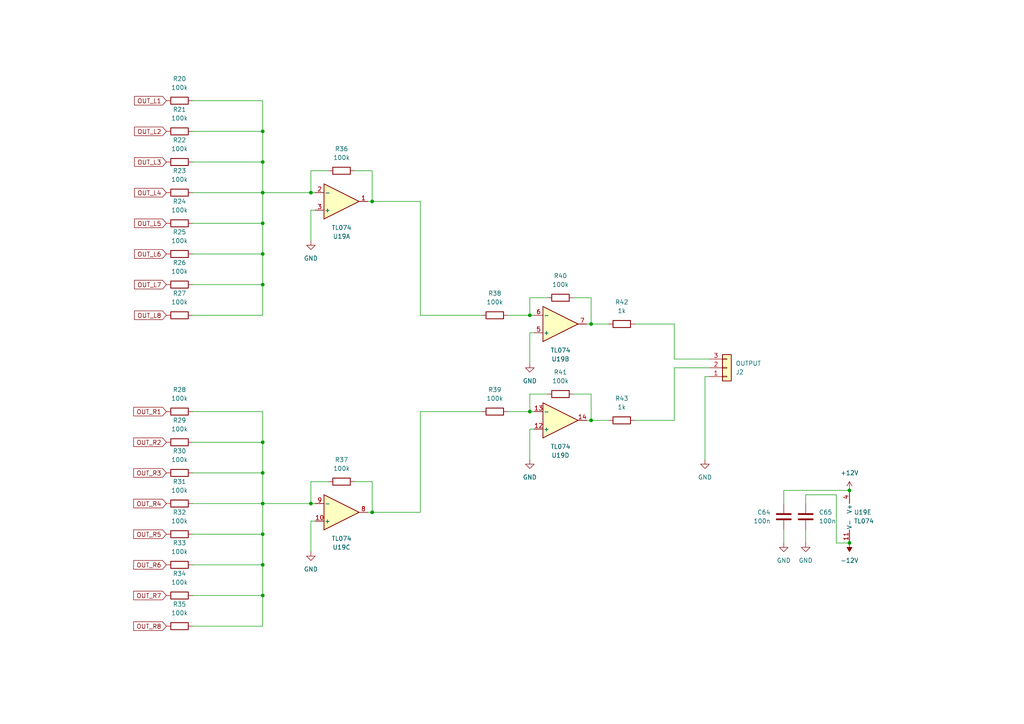
<source format=kicad_sch>
(kicad_sch (version 20230121) (generator eeschema)
  (paper "A4")
  (title_block (title "Polykit-X8 Mainboard") (date "2024-01-14") (rev "v0.0.2") (company "Jan Knipper") (comment 1 "github.com/polykit"))
  (lib_symbols
    (symbol "Amplifier_Operational:TL074" (pin_names (offset 0.127))
      (property "Reference" "U" (at 0 5.08 0))
      (property "Value" "TL074" (at 0 -5.08 0))
      (symbol "TL074_1_1"
        (polyline (pts (xy -5.08 5.08) (xy 5.08 0) (xy -5.08 -5.08) (xy -5.08 5.08)) (stroke (width 0.254)) (fill (type background)))
        (pin output line (at 7.62 0 180) (length 2.54) (name "~") (number "1"))
        (pin input line (at -7.62 -2.54 0) (length 2.54) (name "-") (number "2"))
        (pin input line (at -7.62 2.54 0) (length 2.54) (name "+") (number "3"))
      )
      (symbol "TL074_2_1"
        (polyline (pts (xy -5.08 5.08) (xy 5.08 0) (xy -5.08 -5.08) (xy -5.08 5.08)) (stroke (width 0.254)) (fill (type background)))
        (pin input line (at -7.62 2.54 0) (length 2.54) (name "+") (number "5"))
        (pin input line (at -7.62 -2.54 0) (length 2.54) (name "-") (number "6"))
        (pin output line (at 7.62 0 180) (length 2.54) (name "~") (number "7"))
      )
      (symbol "TL074_3_1"
        (polyline (pts (xy -5.08 5.08) (xy 5.08 0) (xy -5.08 -5.08) (xy -5.08 5.08)) (stroke (width 0.254)) (fill (type background)))
        (pin input line (at -7.62 2.54 0) (length 2.54) (name "+") (number "10"))
        (pin output line (at 7.62 0 180) (length 2.54) (name "~") (number "8"))
        (pin input line (at -7.62 -2.54 0) (length 2.54) (name "-") (number "9"))
      )
      (symbol "TL074_4_1"
        (polyline (pts (xy -5.08 5.08) (xy 5.08 0) (xy -5.08 -5.08) (xy -5.08 5.08)) (stroke (width 0.254)) (fill (type background)))
        (pin input line (at -7.62 2.54 0) (length 2.54) (name "+") (number "12"))
        (pin input line (at -7.62 -2.54 0) (length 2.54) (name "-") (number "13"))
        (pin output line (at 7.62 0 180) (length 2.54) (name "~") (number "14"))
      )
      (symbol "TL074_5_1"
        (pin power_in line (at -2.54 -7.62 90) (length 3.81) (name "V-") (number "11"))
        (pin power_in line (at -2.54 7.62 270) (length 3.81) (name "V+") (number "4"))
      )
    )
    (symbol "Connector_Generic:Conn_01x03" (pin_names (offset 1.016) hide)
      (property "Reference" "J" (at 0 5.08 0))
      (property "Value" "Conn_01x03" (at 0 -5.08 0))
      (symbol "Conn_01x03_1_1"
        (rectangle (start -1.27 -2.413) (end 0 -2.667) (stroke (width 0.1524)))
        (rectangle (start -1.27 0.127) (end 0 -0.127) (stroke (width 0.1524)))
        (rectangle (start -1.27 2.667) (end 0 2.413) (stroke (width 0.1524)))
        (rectangle (start -1.27 3.81) (end 1.27 -3.81) (stroke (width 0.254)) (fill (type background)))
        (pin passive line (at -5.08 2.54 0) (length 3.81) (name "Pin_1") (number "1"))
        (pin passive line (at -5.08 0 0) (length 3.81) (name "Pin_2") (number "2"))
        (pin passive line (at -5.08 -2.54 0) (length 3.81) (name "Pin_3") (number "3"))
      )
    )
    (symbol "Device:C" (pin_numbers hide) (pin_names (offset 0.254))
      (property "Reference" "C" (at 0.635 2.54 0))
      (property "Value" "C" (at 0.635 -2.54 0))
      (symbol "C_0_1"
        (polyline (pts (xy -2.032 -0.762) (xy 2.032 -0.762)) (stroke (width 0.508)))
        (polyline (pts (xy -2.032 0.762) (xy 2.032 0.762)) (stroke (width 0.508)))
      )
      (symbol "C_1_1"
        (pin passive line (at 0 3.81 270) (length 2.794) (name "~") (number "1"))
        (pin passive line (at 0 -3.81 90) (length 2.794) (name "~") (number "2"))
      )
    )
    (symbol "Device:R" (pin_numbers hide) (pin_names (offset 0))
      (property "Reference" "R" (at 2.032 0 90))
      (property "Value" "R" (at 0 0 90))
      (symbol "R_0_1"
        (rectangle (start -1.016 -2.54) (end 1.016 2.54) (stroke (width 0.254)))
      )
      (symbol "R_1_1"
        (pin passive line (at 0 3.81 270) (length 1.27) (name "~") (number "1"))
        (pin passive line (at 0 -3.81 90) (length 1.27) (name "~") (number "2"))
      )
    )
    (symbol "power:+12V" (power) (pin_names (offset 0))
      (property "Value" "+12V" (at 0 3.556 0))
      (symbol "+12V_0_1"
        (polyline (pts (xy -0.762 1.27) (xy 0 2.54)))
        (polyline (pts (xy 0 0) (xy 0 2.54)))
        (polyline (pts (xy 0 2.54) (xy 0.762 1.27)))
      )
      (symbol "+12V_1_1"
        (pin power_in line (at 0 0 90) (length 0) hide (name "+12V") (number "1"))
      )
    )
    (symbol "power:-12V" (power) (pin_names (offset 0))
      (property "Value" "-12V" (at 0 3.81 0))
      (symbol "-12V_0_0"
        (pin power_in line (at 0 0 90) (length 0) hide (name "-12V") (number "1"))
      )
      (symbol "-12V_0_1"
        (polyline (pts (xy 0 0) (xy 0 1.27) (xy 0.762 1.27) (xy 0 2.54) (xy -0.762 1.27) (xy 0 1.27)) (fill (type outline)))
      )
    )
    (symbol "power:GND" (power) (pin_names (offset 0))
      (property "Value" "GND" (at 0 -3.81 0))
      (symbol "GND_0_1"
        (polyline (pts (xy 0 0) (xy 0 -1.27) (xy 1.27 -1.27) (xy 0 -2.54) (xy -1.27 -1.27) (xy 0 -1.27)))
      )
      (symbol "GND_1_1"
        (pin power_in line (at 0 0 270) (length 0) hide (name "GND") (number "1"))
      )
    )
  )
  (junction (at 153.67 91.44))
  (junction (at 107.95 58.42))
  (junction (at 76.2 64.77))
  (junction (at 171.45 121.92))
  (junction (at 246.38 157.48))
  (junction (at 107.95 148.59))
  (junction (at 76.2 38.1))
  (junction (at 76.2 46.99))
  (junction (at 76.2 137.16))
  (junction (at 76.2 146.05))
  (junction (at 171.45 93.98))
  (junction (at 76.2 163.83))
  (junction (at 76.2 154.94))
  (junction (at 246.38 142.24))
  (junction (at 76.2 82.55))
  (junction (at 76.2 128.27))
  (junction (at 76.2 55.88))
  (junction (at 153.67 119.38))
  (junction (at 90.17 55.88))
  (junction (at 76.2 172.72))
  (junction (at 76.2 73.66))
  (junction (at 90.17 146.05))
  (wire (pts (xy 55.88 119.38) (xy 76.2 119.38)))
  (wire (pts (xy 153.67 91.44) (xy 154.94 91.44)))
  (wire (pts (xy 147.32 91.44) (xy 153.67 91.44)))
  (wire (pts (xy 153.67 119.38) (xy 154.94 119.38)))
  (wire (pts (xy 76.2 55.88) (xy 76.2 64.77)))
  (wire (pts (xy 205.74 109.22) (xy 204.47 109.22)))
  (wire (pts (xy 204.47 109.22) (xy 204.47 133.35)))
  (wire (pts (xy 95.25 49.53) (xy 90.17 49.53)))
  (wire (pts (xy 76.2 55.88) (xy 90.17 55.88)))
  (wire (pts (xy 76.2 181.61) (xy 55.88 181.61)))
  (wire (pts (xy 55.88 82.55) (xy 76.2 82.55)))
  (wire (pts (xy 121.92 119.38) (xy 121.92 148.59)))
  (wire (pts (xy 171.45 86.36) (xy 171.45 93.98)))
  (wire (pts (xy 55.88 172.72) (xy 76.2 172.72)))
  (wire (pts (xy 121.92 119.38) (xy 139.7 119.38)))
  (wire (pts (xy 76.2 82.55) (xy 76.2 91.44)))
  (wire (pts (xy 195.58 104.14) (xy 195.58 93.98)))
  (wire (pts (xy 246.38 142.24) (xy 227.33 142.24)))
  (wire (pts (xy 171.45 93.98) (xy 170.18 93.98)))
  (wire (pts (xy 153.67 124.46) (xy 153.67 133.35)))
  (wire (pts (xy 102.87 49.53) (xy 107.95 49.53)))
  (wire (pts (xy 76.2 38.1) (xy 76.2 46.99)))
  (wire (pts (xy 107.95 148.59) (xy 121.92 148.59)))
  (wire (pts (xy 76.2 146.05) (xy 90.17 146.05)))
  (wire (pts (xy 55.88 154.94) (xy 76.2 154.94)))
  (wire (pts (xy 242.57 157.48) (xy 242.57 143.51)))
  (wire (pts (xy 107.95 58.42) (xy 121.92 58.42)))
  (wire (pts (xy 233.68 143.51) (xy 242.57 143.51)))
  (wire (pts (xy 76.2 137.16) (xy 76.2 146.05)))
  (wire (pts (xy 154.94 96.52) (xy 153.67 96.52)))
  (wire (pts (xy 171.45 93.98) (xy 176.53 93.98)))
  (wire (pts (xy 76.2 146.05) (xy 76.2 154.94)))
  (wire (pts (xy 205.74 104.14) (xy 195.58 104.14)))
  (wire (pts (xy 153.67 114.3) (xy 153.67 119.38)))
  (wire (pts (xy 205.74 106.68) (xy 195.58 106.68)))
  (wire (pts (xy 166.37 114.3) (xy 171.45 114.3)))
  (wire (pts (xy 158.75 114.3) (xy 153.67 114.3)))
  (wire (pts (xy 107.95 49.53) (xy 107.95 58.42)))
  (wire (pts (xy 90.17 55.88) (xy 91.44 55.88)))
  (wire (pts (xy 55.88 128.27) (xy 76.2 128.27)))
  (wire (pts (xy 55.88 146.05) (xy 76.2 146.05)))
  (wire (pts (xy 153.67 86.36) (xy 153.67 91.44)))
  (wire (pts (xy 195.58 106.68) (xy 195.58 121.92)))
  (wire (pts (xy 227.33 142.24) (xy 227.33 146.05)))
  (wire (pts (xy 90.17 139.7) (xy 95.25 139.7)))
  (wire (pts (xy 121.92 58.42) (xy 121.92 91.44)))
  (wire (pts (xy 55.88 137.16) (xy 76.2 137.16)))
  (wire (pts (xy 55.88 55.88) (xy 76.2 55.88)))
  (wire (pts (xy 55.88 163.83) (xy 76.2 163.83)))
  (wire (pts (xy 55.88 64.77) (xy 76.2 64.77)))
  (wire (pts (xy 242.57 157.48) (xy 246.38 157.48)))
  (wire (pts (xy 233.68 143.51) (xy 233.68 146.05)))
  (wire (pts (xy 91.44 60.96) (xy 90.17 60.96)))
  (wire (pts (xy 76.2 128.27) (xy 76.2 137.16)))
  (wire (pts (xy 76.2 29.21) (xy 76.2 38.1)))
  (wire (pts (xy 55.88 38.1) (xy 76.2 38.1)))
  (wire (pts (xy 154.94 124.46) (xy 153.67 124.46)))
  (wire (pts (xy 55.88 73.66) (xy 76.2 73.66)))
  (wire (pts (xy 55.88 29.21) (xy 76.2 29.21)))
  (wire (pts (xy 233.68 153.67) (xy 233.68 157.48)))
  (wire (pts (xy 76.2 163.83) (xy 76.2 172.72)))
  (wire (pts (xy 147.32 119.38) (xy 153.67 119.38)))
  (wire (pts (xy 55.88 46.99) (xy 76.2 46.99)))
  (wire (pts (xy 153.67 96.52) (xy 153.67 105.41)))
  (wire (pts (xy 90.17 49.53) (xy 90.17 55.88)))
  (wire (pts (xy 76.2 172.72) (xy 76.2 181.61)))
  (wire (pts (xy 90.17 146.05) (xy 90.17 139.7)))
  (wire (pts (xy 107.95 58.42) (xy 106.68 58.42)))
  (wire (pts (xy 121.92 91.44) (xy 139.7 91.44)))
  (wire (pts (xy 171.45 121.92) (xy 170.18 121.92)))
  (wire (pts (xy 76.2 91.44) (xy 55.88 91.44)))
  (wire (pts (xy 195.58 121.92) (xy 184.15 121.92)))
  (wire (pts (xy 91.44 151.13) (xy 90.17 151.13)))
  (wire (pts (xy 171.45 114.3) (xy 171.45 121.92)))
  (wire (pts (xy 90.17 151.13) (xy 90.17 160.02)))
  (wire (pts (xy 107.95 148.59) (xy 106.68 148.59)))
  (wire (pts (xy 227.33 153.67) (xy 227.33 157.48)))
  (wire (pts (xy 90.17 146.05) (xy 91.44 146.05)))
  (wire (pts (xy 158.75 86.36) (xy 153.67 86.36)))
  (wire (pts (xy 166.37 86.36) (xy 171.45 86.36)))
  (wire (pts (xy 171.45 121.92) (xy 176.53 121.92)))
  (wire (pts (xy 107.95 139.7) (xy 107.95 148.59)))
  (wire (pts (xy 195.58 93.98) (xy 184.15 93.98)))
  (wire (pts (xy 90.17 60.96) (xy 90.17 69.85)))
  (wire (pts (xy 76.2 73.66) (xy 76.2 82.55)))
  (wire (pts (xy 102.87 139.7) (xy 107.95 139.7)))
  (wire (pts (xy 76.2 119.38) (xy 76.2 128.27)))
  (wire (pts (xy 76.2 46.99) (xy 76.2 55.88)))
  (wire (pts (xy 76.2 64.77) (xy 76.2 73.66)))
  (wire (pts (xy 76.2 154.94) (xy 76.2 163.83)))
  (global_label "OUT_L2" (shape input) (at 48.26 38.1 180) (property "Intersheetrefs" "${INTERSHEET_REFS}" (effects hide)))
  (global_label "OUT_R3" (shape input) (at 48.26 137.16 180) (property "Intersheetrefs" "${INTERSHEET_REFS}" (effects hide)))
  (global_label "OUT_R1" (shape input) (at 48.26 119.38 180) (property "Intersheetrefs" "${INTERSHEET_REFS}" (effects hide)))
  (global_label "OUT_R7" (shape input) (at 48.26 172.72 180) (property "Intersheetrefs" "${INTERSHEET_REFS}" (effects hide)))
  (global_label "OUT_R5" (shape input) (at 48.26 154.94 180) (property "Intersheetrefs" "${INTERSHEET_REFS}" (effects hide)))
  (global_label "OUT_R2" (shape input) (at 48.26 128.27 180) (property "Intersheetrefs" "${INTERSHEET_REFS}" (effects hide)))
  (global_label "OUT_L8" (shape input) (at 48.26 91.44 180) (property "Intersheetrefs" "${INTERSHEET_REFS}" (effects hide)))
  (global_label "OUT_L6" (shape input) (at 48.26 73.66 180) (property "Intersheetrefs" "${INTERSHEET_REFS}" (effects hide)))
  (global_label "OUT_R4" (shape input) (at 48.26 146.05 180) (property "Intersheetrefs" "${INTERSHEET_REFS}" (effects hide)))
  (global_label "OUT_L7" (shape input) (at 48.26 82.55 180) (property "Intersheetrefs" "${INTERSHEET_REFS}" (effects hide)))
  (global_label "OUT_R6" (shape input) (at 48.26 163.83 180) (property "Intersheetrefs" "${INTERSHEET_REFS}" (effects hide)))
  (global_label "OUT_L4" (shape input) (at 48.26 55.88 180) (property "Intersheetrefs" "${INTERSHEET_REFS}" (effects hide)))
  (global_label "OUT_L3" (shape input) (at 48.26 46.99 180) (property "Intersheetrefs" "${INTERSHEET_REFS}" (effects hide)))
  (global_label "OUT_L5" (shape input) (at 48.26 64.77 180) (property "Intersheetrefs" "${INTERSHEET_REFS}" (effects hide)))
  (global_label "OUT_R8" (shape input) (at 48.26 181.61 180) (property "Intersheetrefs" "${INTERSHEET_REFS}" (effects hide)))
  (global_label "OUT_L1" (shape input) (at 48.26 29.21 180) (property "Intersheetrefs" "${INTERSHEET_REFS}" (effects hide)))
  (symbol (lib_id "Device:R") (at 52.07 64.77 90) (unit 1)
    (property "Reference" "R24" (at 52.07 58.42 90))
    (property "Value" "100k" (at 52.07 60.96 90))
    (property "Footprint" "Resistor_SMD:R_1206_3216Metric_Pad1.30x1.75mm_HandSolder" (effects hide))
  )
  (symbol (lib_id "Device:R") (at 99.06 49.53 90) (unit 1)
    (property "Reference" "R36" (at 99.06 43.18 90))
    (property "Value" "100k" (at 99.06 45.72 90))
    (property "Footprint" "Resistor_SMD:R_1206_3216Metric_Pad1.30x1.75mm_HandSolder" (effects hide))
  )
  (symbol (lib_id "Amplifier_Operational:TL074") (at 162.56 121.92 0) (mirror x) (unit 4)
    (property "Reference" "U19" (at 162.56 132.08 0))
    (property "Value" "TL074" (at 162.56 129.54 0))
    (property "Footprint" "Package_SO:SO-14_3.9x8.65mm_P1.27mm" (effects hide))
    (property "Datasheet" "http://www.ti.com/lit/ds/symlink/tl071.pdf" (effects hide))
  )
  (symbol (lib_id "power:GND") (at 153.67 105.41 0) (unit 1)
    (property "Reference" "#PWR0157" (effects hide))
    (property "Value" "GND" (at 153.67 110.49 0))
  )
  (symbol (lib_id "Device:C") (at 233.68 149.86 0) (unit 1)
    (property "Reference" "C65" (at 237.49 148.5899 0) (effects (justify left)))
    (property "Value" "100n" (at 237.49 151.1299 0) (effects (justify left)))
    (property "Footprint" "Capacitor_SMD:C_1206_3216Metric_Pad1.33x1.80mm_HandSolder" (effects hide))
  )
  (symbol (lib_id "power:GND") (at 90.17 160.02 0) (unit 1)
    (property "Reference" "#PWR0156" (effects hide))
    (property "Value" "GND" (at 90.17 165.1 0))
  )
  (symbol (lib_id "Device:R") (at 52.07 91.44 90) (unit 1)
    (property "Reference" "R27" (at 52.07 85.09 90))
    (property "Value" "100k" (at 52.07 87.63 90))
    (property "Footprint" "Resistor_SMD:R_1206_3216Metric_Pad1.30x1.75mm_HandSolder" (effects hide))
  )
  (symbol (lib_id "Device:R") (at 52.07 181.61 90) (unit 1)
    (property "Reference" "R35" (at 52.07 175.26 90))
    (property "Value" "100k" (at 52.07 177.8 90))
    (property "Footprint" "Resistor_SMD:R_1206_3216Metric_Pad1.30x1.75mm_HandSolder" (effects hide))
  )
  (symbol (lib_id "Device:R") (at 52.07 82.55 90) (unit 1)
    (property "Reference" "R26" (at 52.07 76.2 90))
    (property "Value" "100k" (at 52.07 78.74 90))
    (property "Footprint" "Resistor_SMD:R_1206_3216Metric_Pad1.30x1.75mm_HandSolder" (effects hide))
  )
  (symbol (lib_id "Device:R") (at 52.07 163.83 90) (unit 1)
    (property "Reference" "R33" (at 52.07 157.48 90))
    (property "Value" "100k" (at 52.07 160.02 90))
    (property "Footprint" "Resistor_SMD:R_1206_3216Metric_Pad1.30x1.75mm_HandSolder" (effects hide))
  )
  (symbol (lib_id "Device:R") (at 162.56 114.3 90) (unit 1)
    (property "Reference" "R41" (at 162.56 107.95 90))
    (property "Value" "100k" (at 162.56 110.49 90))
    (property "Footprint" "Resistor_SMD:R_1206_3216Metric_Pad1.30x1.75mm_HandSolder" (effects hide))
  )
  (symbol (lib_id "Device:R") (at 180.34 121.92 90) (unit 1)
    (property "Reference" "R43" (at 180.34 115.57 90))
    (property "Value" "1k" (at 180.34 118.11 90))
    (property "Footprint" "Resistor_SMD:R_1206_3216Metric_Pad1.30x1.75mm_HandSolder" (effects hide))
  )
  (symbol (lib_id "Device:R") (at 52.07 128.27 90) (unit 1)
    (property "Reference" "R29" (at 52.07 121.92 90))
    (property "Value" "100k" (at 52.07 124.46 90))
    (property "Footprint" "Resistor_SMD:R_1206_3216Metric_Pad1.30x1.75mm_HandSolder" (effects hide))
  )
  (symbol (lib_id "Device:R") (at 143.51 91.44 90) (unit 1)
    (property "Reference" "R38" (at 143.51 85.09 90))
    (property "Value" "100k" (at 143.51 87.63 90))
    (property "Footprint" "Resistor_SMD:R_1206_3216Metric_Pad1.30x1.75mm_HandSolder" (effects hide))
  )
  (symbol (lib_id "Connector_Generic:Conn_01x03") (at 210.82 106.68 0) (mirror x) (unit 1)
    (property "Reference" "J2" (at 213.36 107.9501 0) (effects (justify left)))
    (property "Value" "OUTPUT" (at 213.36 105.4101 0) (effects (justify left)))
    (property "Footprint" "Connector_Molex:Molex_KK-254_AE-6410-03A_1x03_P2.54mm_Vertical" (effects hide))
  )
  (symbol (lib_id "Device:R") (at 52.07 137.16 90) (unit 1)
    (property "Reference" "R30" (at 52.07 130.81 90))
    (property "Value" "100k" (at 52.07 133.35 90))
    (property "Footprint" "Resistor_SMD:R_1206_3216Metric_Pad1.30x1.75mm_HandSolder" (effects hide))
  )
  (symbol (lib_id "power:-12V") (at 246.38 157.48 180) (unit 1)
    (property "Reference" "#PWR0163" (effects hide))
    (property "Value" "-12V" (at 246.38 162.56 0))
  )
  (symbol (lib_id "Device:R") (at 52.07 146.05 90) (unit 1)
    (property "Reference" "R31" (at 52.07 139.7 90))
    (property "Value" "100k" (at 52.07 142.24 90))
    (property "Footprint" "Resistor_SMD:R_1206_3216Metric_Pad1.30x1.75mm_HandSolder" (effects hide))
  )
  (symbol (lib_id "power:+12V") (at 246.38 142.24 0) (unit 1)
    (property "Reference" "#PWR0162" (effects hide))
    (property "Value" "+12V" (at 246.38 137.16 0))
  )
  (symbol (lib_id "power:GND") (at 90.17 69.85 0) (unit 1)
    (property "Reference" "#PWR0155" (effects hide))
    (property "Value" "GND" (at 90.17 74.93 0))
  )
  (symbol (lib_id "Device:R") (at 52.07 46.99 90) (unit 1)
    (property "Reference" "R22" (at 52.07 40.64 90))
    (property "Value" "100k" (at 52.07 43.18 90))
    (property "Footprint" "Resistor_SMD:R_1206_3216Metric_Pad1.30x1.75mm_HandSolder" (effects hide))
  )
  (symbol (lib_id "Device:R") (at 180.34 93.98 90) (unit 1)
    (property "Reference" "R42" (at 180.34 87.63 90))
    (property "Value" "1k" (at 180.34 90.17 90))
    (property "Footprint" "Resistor_SMD:R_1206_3216Metric_Pad1.30x1.75mm_HandSolder" (effects hide))
  )
  (symbol (lib_id "Device:R") (at 52.07 29.21 90) (unit 1)
    (property "Reference" "R20" (at 52.07 22.86 90))
    (property "Value" "100k" (at 52.07 25.4 90))
    (property "Footprint" "Resistor_SMD:R_1206_3216Metric_Pad1.30x1.75mm_HandSolder" (effects hide))
  )
  (symbol (lib_id "Device:R") (at 99.06 139.7 90) (unit 1)
    (property "Reference" "R37" (at 99.06 133.35 90))
    (property "Value" "100k" (at 99.06 135.89 90))
    (property "Footprint" "Resistor_SMD:R_1206_3216Metric_Pad1.30x1.75mm_HandSolder" (effects hide))
  )
  (symbol (lib_id "Device:R") (at 52.07 73.66 90) (unit 1)
    (property "Reference" "R25" (at 52.07 67.31 90))
    (property "Value" "100k" (at 52.07 69.85 90))
    (property "Footprint" "Resistor_SMD:R_1206_3216Metric_Pad1.30x1.75mm_HandSolder" (effects hide))
  )
  (symbol (lib_id "Amplifier_Operational:TL074") (at 248.92 149.86 0) (unit 5)
    (property "Reference" "U19" (at 247.65 148.5899 0) (effects (justify left)))
    (property "Value" "TL074" (at 247.65 151.1299 0) (effects (justify left)))
    (property "Footprint" "Package_SO:SO-14_3.9x8.65mm_P1.27mm" (effects hide))
    (property "Datasheet" "http://www.ti.com/lit/ds/symlink/tl071.pdf" (effects hide))
  )
  (symbol (lib_id "Amplifier_Operational:TL074") (at 162.56 93.98 0) (mirror x) (unit 2)
    (property "Reference" "U19" (at 162.56 104.14 0))
    (property "Value" "TL074" (at 162.56 101.6 0))
    (property "Footprint" "Package_SO:SO-14_3.9x8.65mm_P1.27mm" (effects hide))
    (property "Datasheet" "http://www.ti.com/lit/ds/symlink/tl071.pdf" (effects hide))
  )
  (symbol (lib_id "Amplifier_Operational:TL074") (at 99.06 58.42 0) (mirror x) (unit 1)
    (property "Reference" "U19" (at 99.06 68.58 0))
    (property "Value" "TL074" (at 99.06 66.04 0))
    (property "Footprint" "Package_SO:SO-14_3.9x8.65mm_P1.27mm" (effects hide))
    (property "Datasheet" "http://www.ti.com/lit/ds/symlink/tl071.pdf" (effects hide))
  )
  (symbol (lib_id "Device:R") (at 162.56 86.36 90) (unit 1)
    (property "Reference" "R40" (at 162.56 80.01 90))
    (property "Value" "100k" (at 162.56 82.55 90))
    (property "Footprint" "Resistor_SMD:R_1206_3216Metric_Pad1.30x1.75mm_HandSolder" (effects hide))
  )
  (symbol (lib_id "Amplifier_Operational:TL074") (at 99.06 148.59 0) (mirror x) (unit 3)
    (property "Reference" "U19" (at 99.06 158.75 0))
    (property "Value" "TL074" (at 99.06 156.21 0))
    (property "Footprint" "Package_SO:SO-14_3.9x8.65mm_P1.27mm" (effects hide))
    (property "Datasheet" "http://www.ti.com/lit/ds/symlink/tl071.pdf" (effects hide))
  )
  (symbol (lib_id "Device:R") (at 52.07 55.88 90) (unit 1)
    (property "Reference" "R23" (at 52.07 49.53 90))
    (property "Value" "100k" (at 52.07 52.07 90))
    (property "Footprint" "Resistor_SMD:R_1206_3216Metric_Pad1.30x1.75mm_HandSolder" (effects hide))
  )
  (symbol (lib_id "Device:R") (at 52.07 119.38 90) (unit 1)
    (property "Reference" "R28" (at 52.07 113.03 90))
    (property "Value" "100k" (at 52.07 115.57 90))
    (property "Footprint" "Resistor_SMD:R_1206_3216Metric_Pad1.30x1.75mm_HandSolder" (effects hide))
  )
  (symbol (lib_id "Device:C") (at 227.33 149.86 0) (unit 1)
    (property "Reference" "C64" (at 223.52 148.5899 0) (effects (justify right)))
    (property "Value" "100n" (at 223.52 151.1299 0) (effects (justify right)))
    (property "Footprint" "Capacitor_SMD:C_1206_3216Metric_Pad1.33x1.80mm_HandSolder" (effects hide))
  )
  (symbol (lib_id "Device:R") (at 52.07 38.1 90) (unit 1)
    (property "Reference" "R21" (at 52.07 31.75 90))
    (property "Value" "100k" (at 52.07 34.29 90))
    (property "Footprint" "Resistor_SMD:R_1206_3216Metric_Pad1.30x1.75mm_HandSolder" (effects hide))
  )
  (symbol (lib_id "power:GND") (at 153.67 133.35 0) (unit 1)
    (property "Reference" "#PWR0158" (effects hide))
    (property "Value" "GND" (at 153.67 138.43 0))
  )
  (symbol (lib_id "power:GND") (at 204.47 133.35 0) (unit 1)
    (property "Reference" "#PWR0159" (effects hide))
    (property "Value" "GND" (at 204.47 138.43 0))
  )
  (symbol (lib_id "power:GND") (at 233.68 157.48 0) (unit 1)
    (property "Reference" "#PWR0161" (effects hide))
    (property "Value" "GND" (at 233.68 162.56 0))
  )
  (symbol (lib_id "Device:R") (at 143.51 119.38 90) (unit 1)
    (property "Reference" "R39" (at 143.51 113.03 90))
    (property "Value" "100k" (at 143.51 115.57 90))
    (property "Footprint" "Resistor_SMD:R_1206_3216Metric_Pad1.30x1.75mm_HandSolder" (effects hide))
  )
  (symbol (lib_id "power:GND") (at 227.33 157.48 0) (unit 1)
    (property "Reference" "#PWR0160" (effects hide))
    (property "Value" "GND" (at 227.33 162.56 0))
  )
  (symbol (lib_id "Device:R") (at 52.07 154.94 90) (unit 1)
    (property "Reference" "R32" (at 52.07 148.59 90))
    (property "Value" "100k" (at 52.07 151.13 90))
    (property "Footprint" "Resistor_SMD:R_1206_3216Metric_Pad1.30x1.75mm_HandSolder" (effects hide))
  )
  (symbol (lib_id "Device:R") (at 52.07 172.72 90) (unit 1)
    (property "Reference" "R34" (at 52.07 166.37 90))
    (property "Value" "100k" (at 52.07 168.91 90))
    (property "Footprint" "Resistor_SMD:R_1206_3216Metric_Pad1.30x1.75mm_HandSolder" (effects hide))
  )
)
</source>
